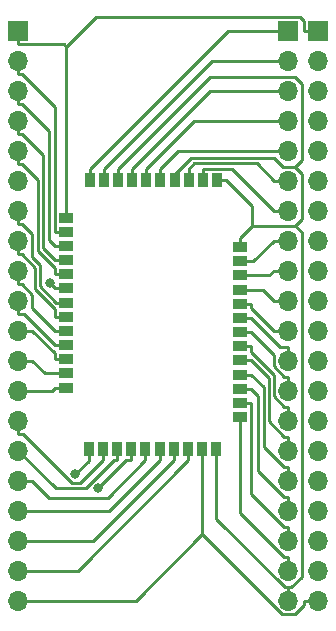
<source format=gbr>
G04 #@! TF.GenerationSoftware,KiCad,Pcbnew,5.1.5+dfsg1-2build2*
G04 #@! TF.CreationDate,2022-03-02T19:09:04-05:00*
G04 #@! TF.ProjectId,RAK11300_BREAKOUT,52414b31-3133-4303-905f-425245414b4f,rev?*
G04 #@! TF.SameCoordinates,Original*
G04 #@! TF.FileFunction,Copper,L1,Top*
G04 #@! TF.FilePolarity,Positive*
%FSLAX46Y46*%
G04 Gerber Fmt 4.6, Leading zero omitted, Abs format (unit mm)*
G04 Created by KiCad (PCBNEW 5.1.5+dfsg1-2build2) date 2022-03-02 19:09:04*
%MOMM*%
%LPD*%
G04 APERTURE LIST*
%ADD10O,1.700000X1.700000*%
%ADD11R,1.700000X1.700000*%
%ADD12R,0.900000X1.300000*%
%ADD13R,1.300000X0.900000*%
%ADD14C,0.800000*%
%ADD15C,0.250000*%
G04 APERTURE END LIST*
D10*
X77400000Y-100130000D03*
X77400000Y-97590000D03*
X77400000Y-95050000D03*
X77400000Y-92510000D03*
X77400000Y-89970000D03*
X77400000Y-87430000D03*
X77400000Y-84890000D03*
X77400000Y-82350000D03*
X77400000Y-79810000D03*
X77400000Y-77270000D03*
X77400000Y-74730000D03*
X77400000Y-72190000D03*
X77400000Y-69650000D03*
X77400000Y-67110000D03*
X77400000Y-64570000D03*
X77400000Y-62030000D03*
X77400000Y-59490000D03*
X77400000Y-56950000D03*
X77400000Y-54410000D03*
D11*
X77400000Y-51870000D03*
D12*
X68850000Y-64530000D03*
X67650000Y-64530000D03*
X66450000Y-64530000D03*
X65250000Y-64530000D03*
X64050000Y-64530000D03*
X62850000Y-64530000D03*
X61650000Y-64530000D03*
X60450000Y-64530000D03*
X59250000Y-64530000D03*
X58050000Y-64530000D03*
D13*
X70770000Y-70200000D03*
X70770000Y-71400000D03*
X70770000Y-72600000D03*
X70770000Y-73800000D03*
X70770000Y-75000000D03*
X70770000Y-76200000D03*
X70770000Y-77400000D03*
X70770000Y-78600000D03*
X70770000Y-79800000D03*
X70770000Y-81000000D03*
X70770000Y-82200000D03*
X70770000Y-83400000D03*
X70770000Y-84600000D03*
D12*
X68790000Y-87270000D03*
X67590000Y-87270000D03*
X66390000Y-87270000D03*
X65190000Y-87270000D03*
X63990000Y-87270000D03*
D13*
X56080000Y-76100000D03*
X56080000Y-77300000D03*
X56080000Y-78500000D03*
X56080000Y-79700000D03*
D12*
X61590000Y-87270000D03*
D13*
X56080000Y-74900000D03*
X56080000Y-73700000D03*
X56080000Y-72500000D03*
X56080000Y-71300000D03*
X56080000Y-70100000D03*
X56080000Y-68900000D03*
X56080000Y-67700000D03*
D12*
X62790000Y-87270000D03*
X60390000Y-87270000D03*
X59190000Y-87270000D03*
X57990000Y-87270000D03*
D13*
X56080000Y-82100000D03*
X56080000Y-80900000D03*
D10*
X74860000Y-100130000D03*
X74860000Y-97590000D03*
X74860000Y-95050000D03*
X74860000Y-92510000D03*
X74860000Y-89970000D03*
X74860000Y-87430000D03*
X74860000Y-84890000D03*
X74860000Y-82350000D03*
X74860000Y-79810000D03*
X74860000Y-77270000D03*
X74860000Y-74730000D03*
X74860000Y-72190000D03*
X74860000Y-69650000D03*
X74860000Y-67110000D03*
X74860000Y-64570000D03*
X74860000Y-62030000D03*
X74860000Y-59490000D03*
X74860000Y-56950000D03*
X74860000Y-54410000D03*
D11*
X74860000Y-51870000D03*
D10*
X52000000Y-100130000D03*
X52000000Y-97590000D03*
X52000000Y-95050000D03*
X52000000Y-92510000D03*
X52000000Y-89970000D03*
X52000000Y-87430000D03*
X52000000Y-84890000D03*
X52000000Y-82350000D03*
X52000000Y-79810000D03*
X52000000Y-77270000D03*
X52000000Y-74730000D03*
X52000000Y-72190000D03*
X52000000Y-69650000D03*
X52000000Y-67110000D03*
X52000000Y-64570000D03*
X52000000Y-62030000D03*
X52000000Y-59490000D03*
X52000000Y-56950000D03*
X52000000Y-54410000D03*
D11*
X52000000Y-51870000D03*
D14*
X54664300Y-73252600D03*
X58756200Y-90616400D03*
X56835500Y-89427600D03*
D15*
X55104700Y-68900000D02*
X55104700Y-58322700D01*
X55104700Y-58322700D02*
X52367300Y-55585300D01*
X52367300Y-55585300D02*
X52000000Y-55585300D01*
X52000000Y-54410000D02*
X52000000Y-55585300D01*
X56080000Y-68900000D02*
X55104700Y-68900000D01*
X56080000Y-53252600D02*
X58637900Y-50694700D01*
X58637900Y-50694700D02*
X75857500Y-50694700D01*
X75857500Y-50694700D02*
X76224700Y-51061900D01*
X76224700Y-51061900D02*
X76224700Y-51870000D01*
X52000000Y-53045300D02*
X55872700Y-53045300D01*
X55872700Y-53045300D02*
X56080000Y-53252600D01*
X56080000Y-67700000D02*
X56080000Y-53252600D01*
X77400000Y-51870000D02*
X76224700Y-51870000D01*
X52000000Y-51870000D02*
X52000000Y-53045300D01*
X67590000Y-94526600D02*
X74368700Y-101305300D01*
X74368700Y-101305300D02*
X75416800Y-101305300D01*
X75416800Y-101305300D02*
X76224700Y-100497400D01*
X76224700Y-100497400D02*
X76224700Y-100130000D01*
X67590000Y-87270000D02*
X67590000Y-94526600D01*
X52000000Y-100130000D02*
X61986600Y-100130000D01*
X61986600Y-100130000D02*
X67590000Y-94526600D01*
X77400000Y-100130000D02*
X76224700Y-100130000D01*
X66390000Y-87270000D02*
X66390000Y-88245300D01*
X66390000Y-88245300D02*
X57045300Y-97590000D01*
X57045300Y-97590000D02*
X52000000Y-97590000D01*
X65190000Y-87270000D02*
X65190000Y-88245300D01*
X65190000Y-88245300D02*
X58385300Y-95050000D01*
X58385300Y-95050000D02*
X52000000Y-95050000D01*
X63990000Y-87270000D02*
X63990000Y-88245300D01*
X63990000Y-88245300D02*
X59725300Y-92510000D01*
X59725300Y-92510000D02*
X52000000Y-92510000D01*
X62790000Y-88245300D02*
X59614400Y-91420900D01*
X59614400Y-91420900D02*
X54626200Y-91420900D01*
X54626200Y-91420900D02*
X53175300Y-89970000D01*
X52000000Y-89970000D02*
X53175300Y-89970000D01*
X62790000Y-87270000D02*
X62790000Y-88245300D01*
X60390000Y-88245300D02*
X60101600Y-88245300D01*
X60101600Y-88245300D02*
X57740700Y-90606200D01*
X57740700Y-90606200D02*
X55176200Y-90606200D01*
X55176200Y-90606200D02*
X52000000Y-87430000D01*
X60390000Y-87270000D02*
X60390000Y-88245300D01*
X52000000Y-84890000D02*
X52000000Y-86065300D01*
X59190000Y-87270000D02*
X59190000Y-88245300D01*
X59190000Y-88245300D02*
X57280900Y-90154400D01*
X57280900Y-90154400D02*
X56535400Y-90154400D01*
X56535400Y-90154400D02*
X52446300Y-86065300D01*
X52446300Y-86065300D02*
X52000000Y-86065300D01*
X56080000Y-82100000D02*
X55104700Y-82100000D01*
X55104700Y-82100000D02*
X54854700Y-82350000D01*
X54854700Y-82350000D02*
X52000000Y-82350000D01*
X52000000Y-79810000D02*
X53175300Y-79810000D01*
X56080000Y-80900000D02*
X54265300Y-80900000D01*
X54265300Y-80900000D02*
X53175300Y-79810000D01*
X56080000Y-79700000D02*
X55104700Y-79700000D01*
X52000000Y-77270000D02*
X53175300Y-77270000D01*
X55104700Y-79700000D02*
X55104700Y-79199400D01*
X55104700Y-79199400D02*
X53175300Y-77270000D01*
X52000000Y-74730000D02*
X52000000Y-75905300D01*
X56080000Y-78500000D02*
X55104700Y-78500000D01*
X55104700Y-78500000D02*
X52510000Y-75905300D01*
X52510000Y-75905300D02*
X52000000Y-75905300D01*
X52000000Y-72190000D02*
X52000000Y-73365300D01*
X56080000Y-77300000D02*
X55104700Y-77300000D01*
X55104700Y-77300000D02*
X53175300Y-75370600D01*
X53175300Y-75370600D02*
X53175300Y-74243000D01*
X53175300Y-74243000D02*
X52297600Y-73365300D01*
X52297600Y-73365300D02*
X52000000Y-73365300D01*
X52000000Y-69650000D02*
X52000000Y-70825300D01*
X56080000Y-76100000D02*
X55104700Y-76100000D01*
X55104700Y-76100000D02*
X55104700Y-75463100D01*
X55104700Y-75463100D02*
X53400400Y-73758800D01*
X53400400Y-73758800D02*
X53400400Y-71926500D01*
X53400400Y-71926500D02*
X52299200Y-70825300D01*
X52299200Y-70825300D02*
X52000000Y-70825300D01*
X52000000Y-67110000D02*
X52000000Y-68285300D01*
X56080000Y-74900000D02*
X55253900Y-74900000D01*
X55253900Y-74900000D02*
X53850700Y-73496800D01*
X53850700Y-73496800D02*
X53850700Y-71698700D01*
X53850700Y-71698700D02*
X53175300Y-71023300D01*
X53175300Y-71023300D02*
X53175300Y-69093200D01*
X53175300Y-69093200D02*
X52367400Y-68285300D01*
X52367400Y-68285300D02*
X52000000Y-68285300D01*
X55104700Y-73700000D02*
X55104700Y-73693000D01*
X55104700Y-73693000D02*
X54664300Y-73252600D01*
X56080000Y-73700000D02*
X55104700Y-73700000D01*
X52000000Y-62030000D02*
X52000000Y-63205300D01*
X56080000Y-72500000D02*
X55104700Y-72500000D01*
X55104700Y-72500000D02*
X55104700Y-72006300D01*
X55104700Y-72006300D02*
X53649000Y-70550600D01*
X53649000Y-70550600D02*
X53649000Y-64487000D01*
X53649000Y-64487000D02*
X52367300Y-63205300D01*
X52367300Y-63205300D02*
X52000000Y-63205300D01*
X55104700Y-71300000D02*
X54099400Y-70294700D01*
X54099400Y-70294700D02*
X54099400Y-62397400D01*
X54099400Y-62397400D02*
X52367300Y-60665300D01*
X52367300Y-60665300D02*
X52000000Y-60665300D01*
X52000000Y-59490000D02*
X52000000Y-60665300D01*
X56080000Y-71300000D02*
X55104700Y-71300000D01*
X52000000Y-56950000D02*
X52000000Y-58125300D01*
X56080000Y-70100000D02*
X55104700Y-70100000D01*
X55104700Y-70100000D02*
X54618600Y-69613900D01*
X54618600Y-69613900D02*
X54618600Y-60376600D01*
X54618600Y-60376600D02*
X52367300Y-58125300D01*
X52367300Y-58125300D02*
X52000000Y-58125300D01*
X61590000Y-88245300D02*
X61127300Y-88245300D01*
X61127300Y-88245300D02*
X58756200Y-90616400D01*
X61590000Y-87270000D02*
X61590000Y-88245300D01*
X57990000Y-88132700D02*
X57990000Y-88273100D01*
X57990000Y-88273100D02*
X56835500Y-89427600D01*
X57990000Y-87270000D02*
X57990000Y-88132700D01*
X75453000Y-63394600D02*
X76078200Y-64019800D01*
X76078200Y-64019800D02*
X76078200Y-67778800D01*
X76078200Y-67778800D02*
X75477000Y-68380000D01*
X65250000Y-64042300D02*
X66638200Y-62654100D01*
X66638200Y-62654100D02*
X73679500Y-62654100D01*
X73679500Y-62654100D02*
X74420000Y-63394600D01*
X74420000Y-63394600D02*
X75453000Y-63394600D01*
X60450000Y-63554700D02*
X68230100Y-55774600D01*
X68230100Y-55774600D02*
X75411500Y-55774600D01*
X75411500Y-55774600D02*
X76037100Y-56400200D01*
X76037100Y-56400200D02*
X76037100Y-62810500D01*
X76037100Y-62810500D02*
X75453000Y-63394600D01*
X60450000Y-64530000D02*
X60450000Y-63554700D01*
X68790000Y-88245300D02*
X68790000Y-93182900D01*
X68790000Y-93182900D02*
X74588100Y-98981000D01*
X74588100Y-98981000D02*
X74860000Y-98981000D01*
X68790000Y-87270000D02*
X68790000Y-88245300D01*
X74860000Y-100130000D02*
X74860000Y-98981000D01*
X68850000Y-64530000D02*
X69625300Y-64530000D01*
X71814700Y-68380000D02*
X70770000Y-69424700D01*
X75477000Y-68380000D02*
X71814700Y-68380000D01*
X71814700Y-68380000D02*
X71814700Y-66719400D01*
X71814700Y-66719400D02*
X69625300Y-64530000D01*
X70770000Y-70200000D02*
X70770000Y-69424700D01*
X75477000Y-68380000D02*
X76035400Y-68938400D01*
X76035400Y-68938400D02*
X76035400Y-98088500D01*
X76035400Y-98088500D02*
X75142900Y-98981000D01*
X75142900Y-98981000D02*
X74860000Y-98981000D01*
X65250000Y-64530000D02*
X65250000Y-64042300D01*
X74860000Y-96414700D02*
X74492700Y-96414700D01*
X74492700Y-96414700D02*
X70770000Y-92692000D01*
X70770000Y-92692000D02*
X70770000Y-84600000D01*
X74860000Y-97590000D02*
X74860000Y-96414700D01*
X74860000Y-93874700D02*
X74492700Y-93874700D01*
X74492700Y-93874700D02*
X71745300Y-91127300D01*
X71745300Y-91127300D02*
X71745300Y-83400000D01*
X74860000Y-95050000D02*
X74860000Y-93874700D01*
X70770000Y-83400000D02*
X71745300Y-83400000D01*
X71745300Y-82200000D02*
X72333800Y-82788500D01*
X72333800Y-82788500D02*
X72333800Y-89120100D01*
X72333800Y-89120100D02*
X74548400Y-91334700D01*
X74548400Y-91334700D02*
X74860000Y-91334700D01*
X74860000Y-92510000D02*
X74860000Y-91334700D01*
X70770000Y-82200000D02*
X71745300Y-82200000D01*
X71745300Y-81000000D02*
X72784100Y-82038800D01*
X72784100Y-82038800D02*
X72784100Y-87086200D01*
X72784100Y-87086200D02*
X74492600Y-88794700D01*
X74492600Y-88794700D02*
X74860000Y-88794700D01*
X70770000Y-81000000D02*
X71745300Y-81000000D01*
X74860000Y-89970000D02*
X74860000Y-88794700D01*
X71745300Y-79800000D02*
X73234400Y-81289100D01*
X73234400Y-81289100D02*
X73234400Y-84930400D01*
X73234400Y-84930400D02*
X74558700Y-86254700D01*
X74558700Y-86254700D02*
X74860000Y-86254700D01*
X74860000Y-87430000D02*
X74860000Y-86254700D01*
X70770000Y-79800000D02*
X71745300Y-79800000D01*
X74860000Y-84890000D02*
X74860000Y-83714700D01*
X70770000Y-78600000D02*
X71745300Y-78600000D01*
X71745300Y-78600000D02*
X71745300Y-79120900D01*
X71745300Y-79120900D02*
X73684700Y-81060300D01*
X73684700Y-81060300D02*
X73684700Y-82840700D01*
X73684700Y-82840700D02*
X74558700Y-83714700D01*
X74558700Y-83714700D02*
X74860000Y-83714700D01*
X70770000Y-77400000D02*
X71745300Y-77400000D01*
X74860000Y-82350000D02*
X74860000Y-81174700D01*
X74860000Y-81174700D02*
X74556200Y-81174700D01*
X74556200Y-81174700D02*
X73652400Y-80270900D01*
X73652400Y-80270900D02*
X73652400Y-79307100D01*
X73652400Y-79307100D02*
X71745300Y-77400000D01*
X74860000Y-79810000D02*
X74860000Y-78634700D01*
X70770000Y-76200000D02*
X71745300Y-76200000D01*
X71745300Y-76200000D02*
X74180000Y-78634700D01*
X74180000Y-78634700D02*
X74860000Y-78634700D01*
X70770000Y-75000000D02*
X71745300Y-75000000D01*
X74860000Y-77270000D02*
X73684700Y-77270000D01*
X73684700Y-77270000D02*
X71745300Y-75330600D01*
X71745300Y-75330600D02*
X71745300Y-75000000D01*
X74860000Y-74730000D02*
X73684700Y-74730000D01*
X70770000Y-73800000D02*
X72754700Y-73800000D01*
X72754700Y-73800000D02*
X73684700Y-74730000D01*
X74860000Y-72190000D02*
X73684700Y-72190000D01*
X70770000Y-72600000D02*
X73274700Y-72600000D01*
X73274700Y-72600000D02*
X73684700Y-72190000D01*
X74860000Y-69650000D02*
X73684700Y-69650000D01*
X70770000Y-71400000D02*
X71934700Y-71400000D01*
X71934700Y-71400000D02*
X73684700Y-69650000D01*
X67650000Y-63554700D02*
X70129400Y-63554700D01*
X70129400Y-63554700D02*
X73684700Y-67110000D01*
X67650000Y-64530000D02*
X67650000Y-63554700D01*
X74860000Y-67110000D02*
X73684700Y-67110000D01*
X74860000Y-64570000D02*
X73684700Y-64570000D01*
X66450000Y-64530000D02*
X66450000Y-63554700D01*
X66450000Y-63554700D02*
X66900300Y-63104400D01*
X66900300Y-63104400D02*
X72219100Y-63104400D01*
X72219100Y-63104400D02*
X73684700Y-64570000D01*
X74860000Y-62030000D02*
X65574700Y-62030000D01*
X65574700Y-62030000D02*
X64050000Y-63554700D01*
X64050000Y-64530000D02*
X64050000Y-63554700D01*
X62850000Y-64530000D02*
X62850000Y-63554700D01*
X62850000Y-63554700D02*
X66914700Y-59490000D01*
X66914700Y-59490000D02*
X74860000Y-59490000D01*
X61650000Y-63554700D02*
X68254700Y-56950000D01*
X68254700Y-56950000D02*
X74860000Y-56950000D01*
X61650000Y-64530000D02*
X61650000Y-63554700D01*
X73684700Y-54410000D02*
X68394700Y-54410000D01*
X68394700Y-54410000D02*
X59250000Y-63554700D01*
X74860000Y-54410000D02*
X73684700Y-54410000D01*
X59250000Y-64530000D02*
X59250000Y-63554700D01*
X58050000Y-63554700D02*
X69734600Y-51870100D01*
X69734600Y-51870100D02*
X73684700Y-51870100D01*
X73684700Y-51870100D02*
X73684700Y-51870000D01*
X74860000Y-51870000D02*
X73684700Y-51870000D01*
X58050000Y-64530000D02*
X58050000Y-63554700D01*
M02*

</source>
